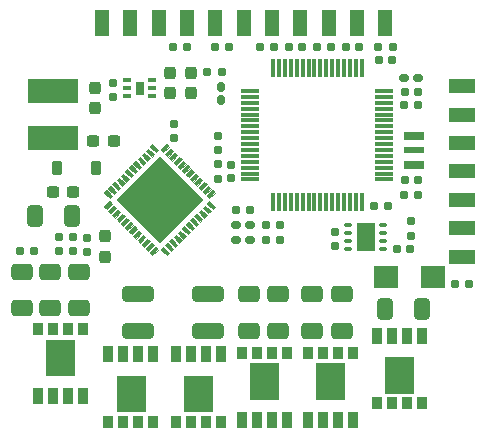
<source format=gbr>
%TF.GenerationSoftware,KiCad,Pcbnew,7.0.6*%
%TF.CreationDate,2023-10-03T21:22:34+08:00*%
%TF.ProjectId,CawDrive,43617744-7269-4766-952e-6b696361645f,rev?*%
%TF.SameCoordinates,Original*%
%TF.FileFunction,Paste,Top*%
%TF.FilePolarity,Positive*%
%FSLAX46Y46*%
G04 Gerber Fmt 4.6, Leading zero omitted, Abs format (unit mm)*
G04 Created by KiCad (PCBNEW 7.0.6) date 2023-10-03 21:22:34*
%MOMM*%
%LPD*%
G01*
G04 APERTURE LIST*
G04 Aperture macros list*
%AMRoundRect*
0 Rectangle with rounded corners*
0 $1 Rounding radius*
0 $2 $3 $4 $5 $6 $7 $8 $9 X,Y pos of 4 corners*
0 Add a 4 corners polygon primitive as box body*
4,1,4,$2,$3,$4,$5,$6,$7,$8,$9,$2,$3,0*
0 Add four circle primitives for the rounded corners*
1,1,$1+$1,$2,$3*
1,1,$1+$1,$4,$5*
1,1,$1+$1,$6,$7*
1,1,$1+$1,$8,$9*
0 Add four rect primitives between the rounded corners*
20,1,$1+$1,$2,$3,$4,$5,0*
20,1,$1+$1,$4,$5,$6,$7,0*
20,1,$1+$1,$6,$7,$8,$9,0*
20,1,$1+$1,$8,$9,$2,$3,0*%
%AMRotRect*
0 Rectangle, with rotation*
0 The origin of the aperture is its center*
0 $1 length*
0 $2 width*
0 $3 Rotation angle, in degrees counterclockwise*
0 Add horizontal line*
21,1,$1,$2,0,0,$3*%
G04 Aperture macros list end*
%ADD10C,0.010000*%
%ADD11C,0.120000*%
%ADD12RoundRect,0.160000X0.197500X0.160000X-0.197500X0.160000X-0.197500X-0.160000X0.197500X-0.160000X0*%
%ADD13RoundRect,0.160000X-0.160000X0.222500X-0.160000X-0.222500X0.160000X-0.222500X0.160000X0.222500X0*%
%ADD14RoundRect,0.155000X-0.212500X-0.155000X0.212500X-0.155000X0.212500X0.155000X-0.212500X0.155000X0*%
%ADD15RoundRect,0.160000X-0.197500X-0.160000X0.197500X-0.160000X0.197500X0.160000X-0.197500X0.160000X0*%
%ADD16RoundRect,0.155000X-0.155000X0.212500X-0.155000X-0.212500X0.155000X-0.212500X0.155000X0.212500X0*%
%ADD17RoundRect,0.160000X0.160000X-0.197500X0.160000X0.197500X-0.160000X0.197500X-0.160000X-0.197500X0*%
%ADD18RoundRect,0.237500X-0.237500X0.300000X-0.237500X-0.300000X0.237500X-0.300000X0.237500X0.300000X0*%
%ADD19R,0.850000X1.450000*%
%ADD20R,0.850000X1.050000*%
%ADD21RoundRect,0.250000X1.075000X-0.400000X1.075000X0.400000X-1.075000X0.400000X-1.075000X-0.400000X0*%
%ADD22R,0.660000X0.320000*%
%ADD23RotRect,0.665000X0.280000X45.000000*%
%ADD24RotRect,0.280000X0.665000X45.000000*%
%ADD25RotRect,5.150000X5.150000X45.000000*%
%ADD26RoundRect,0.160000X0.222500X0.160000X-0.222500X0.160000X-0.222500X-0.160000X0.222500X-0.160000X0*%
%ADD27O,0.840000X0.350000*%
%ADD28R,1.650000X2.400000*%
%ADD29R,1.200000X2.200000*%
%ADD30RoundRect,0.250000X0.650000X-0.412500X0.650000X0.412500X-0.650000X0.412500X-0.650000X-0.412500X0*%
%ADD31RoundRect,0.155000X0.155000X-0.212500X0.155000X0.212500X-0.155000X0.212500X-0.155000X-0.212500X0*%
%ADD32RoundRect,0.225000X0.225000X0.375000X-0.225000X0.375000X-0.225000X-0.375000X0.225000X-0.375000X0*%
%ADD33RoundRect,0.155000X0.212500X0.155000X-0.212500X0.155000X-0.212500X-0.155000X0.212500X-0.155000X0*%
%ADD34RoundRect,0.250000X0.412500X0.650000X-0.412500X0.650000X-0.412500X-0.650000X0.412500X-0.650000X0*%
%ADD35RoundRect,0.050800X1.000000X0.900000X-1.000000X0.900000X-1.000000X-0.900000X1.000000X-0.900000X0*%
%ADD36R,1.700000X0.650000*%
%ADD37R,1.700000X0.500000*%
%ADD38RoundRect,0.237500X0.300000X0.237500X-0.300000X0.237500X-0.300000X-0.237500X0.300000X-0.237500X0*%
%ADD39RoundRect,0.237500X0.237500X-0.300000X0.237500X0.300000X-0.237500X0.300000X-0.237500X-0.300000X0*%
%ADD40RoundRect,0.075000X0.700000X0.075000X-0.700000X0.075000X-0.700000X-0.075000X0.700000X-0.075000X0*%
%ADD41RoundRect,0.075000X0.075000X0.700000X-0.075000X0.700000X-0.075000X-0.700000X0.075000X-0.700000X0*%
%ADD42RoundRect,0.160000X-0.160000X0.197500X-0.160000X-0.197500X0.160000X-0.197500X0.160000X0.197500X0*%
%ADD43R,2.200000X1.200000*%
%ADD44R,4.220000X2.124000*%
G04 APERTURE END LIST*
%TO.C,Q7*%
D10*
X125646000Y-101314000D02*
X123274000Y-101314000D01*
X123274000Y-98334000D01*
X125646000Y-98334000D01*
X125646000Y-101314000D01*
G36*
X125646000Y-101314000D02*
G01*
X123274000Y-101314000D01*
X123274000Y-98334000D01*
X125646000Y-98334000D01*
X125646000Y-101314000D01*
G37*
%TO.C,U2*%
X131498000Y-77513500D02*
X130866000Y-77513500D01*
X130866000Y-76501500D01*
X131498000Y-76501500D01*
X131498000Y-77513500D01*
G36*
X131498000Y-77513500D02*
G01*
X130866000Y-77513500D01*
X130866000Y-76501500D01*
X131498000Y-76501500D01*
X131498000Y-77513500D01*
G37*
%TO.C,U5*%
D11*
X128868098Y-86803576D02*
X128397872Y-87273802D01*
X128199882Y-87075812D01*
X128670108Y-86605586D01*
X128868098Y-86803576D01*
G36*
X128868098Y-86803576D02*
G01*
X128397872Y-87273802D01*
X128199882Y-87075812D01*
X128670108Y-86605586D01*
X128868098Y-86803576D01*
G37*
X129221651Y-87157129D02*
X128751425Y-87627355D01*
X128553435Y-87429365D01*
X129023661Y-86959139D01*
X129221651Y-87157129D01*
G36*
X129221651Y-87157129D02*
G01*
X128751425Y-87627355D01*
X128553435Y-87429365D01*
X129023661Y-86959139D01*
X129221651Y-87157129D01*
G37*
X129575205Y-87510682D02*
X129104979Y-87980908D01*
X128906989Y-87782919D01*
X129377215Y-87312693D01*
X129575205Y-87510682D01*
G36*
X129575205Y-87510682D02*
G01*
X129104979Y-87980908D01*
X128906989Y-87782919D01*
X129377215Y-87312693D01*
X129575205Y-87510682D01*
G37*
X129928758Y-87864236D02*
X129458532Y-88334462D01*
X129260542Y-88136472D01*
X129730768Y-87666246D01*
X129928758Y-87864236D01*
G36*
X129928758Y-87864236D02*
G01*
X129458532Y-88334462D01*
X129260542Y-88136472D01*
X129730768Y-87666246D01*
X129928758Y-87864236D01*
G37*
X130282312Y-88217789D02*
X129812086Y-88688015D01*
X129614096Y-88490025D01*
X130084322Y-88019799D01*
X130282312Y-88217789D01*
G36*
X130282312Y-88217789D02*
G01*
X129812086Y-88688015D01*
X129614096Y-88490025D01*
X130084322Y-88019799D01*
X130282312Y-88217789D01*
G37*
X130635865Y-88571343D02*
X130165639Y-89041569D01*
X129967649Y-88843579D01*
X130437875Y-88373353D01*
X130635865Y-88571343D01*
G36*
X130635865Y-88571343D02*
G01*
X130165639Y-89041569D01*
X129967649Y-88843579D01*
X130437875Y-88373353D01*
X130635865Y-88571343D01*
G37*
X130989418Y-88924896D02*
X130519192Y-89395122D01*
X130321202Y-89197132D01*
X130791428Y-88726906D01*
X130989418Y-88924896D01*
G36*
X130989418Y-88924896D02*
G01*
X130519192Y-89395122D01*
X130321202Y-89197132D01*
X130791428Y-88726906D01*
X130989418Y-88924896D01*
G37*
X131342972Y-89278449D02*
X130872746Y-89748675D01*
X130674756Y-89550685D01*
X131144982Y-89080459D01*
X131342972Y-89278449D01*
G36*
X131342972Y-89278449D02*
G01*
X130872746Y-89748675D01*
X130674756Y-89550685D01*
X131144982Y-89080459D01*
X131342972Y-89278449D01*
G37*
X131696525Y-89632003D02*
X131226299Y-90102229D01*
X131028309Y-89904239D01*
X131498535Y-89434013D01*
X131696525Y-89632003D01*
G36*
X131696525Y-89632003D02*
G01*
X131226299Y-90102229D01*
X131028309Y-89904239D01*
X131498535Y-89434013D01*
X131696525Y-89632003D01*
G37*
X132050078Y-89985556D02*
X131579852Y-90455782D01*
X131381863Y-90257792D01*
X131852089Y-89787566D01*
X132050078Y-89985556D01*
G36*
X132050078Y-89985556D02*
G01*
X131579852Y-90455782D01*
X131381863Y-90257792D01*
X131852089Y-89787566D01*
X132050078Y-89985556D01*
G37*
X132403632Y-90339110D02*
X131933406Y-90809336D01*
X131735416Y-90611346D01*
X132205642Y-90141120D01*
X132403632Y-90339110D01*
G36*
X132403632Y-90339110D02*
G01*
X131933406Y-90809336D01*
X131735416Y-90611346D01*
X132205642Y-90141120D01*
X132403632Y-90339110D01*
G37*
X132757185Y-90692663D02*
X132286959Y-91162889D01*
X132088969Y-90964899D01*
X132559195Y-90494673D01*
X132757185Y-90692663D01*
G36*
X132757185Y-90692663D02*
G01*
X132286959Y-91162889D01*
X132088969Y-90964899D01*
X132559195Y-90494673D01*
X132757185Y-90692663D01*
G37*
X133687031Y-90964899D02*
X133489041Y-91162889D01*
X133018815Y-90692663D01*
X133216805Y-90494673D01*
X133687031Y-90964899D01*
G36*
X133687031Y-90964899D02*
G01*
X133489041Y-91162889D01*
X133018815Y-90692663D01*
X133216805Y-90494673D01*
X133687031Y-90964899D01*
G37*
X128868098Y-86145966D02*
X128670108Y-86343956D01*
X128199882Y-85873730D01*
X128397872Y-85675740D01*
X128868098Y-86145966D01*
G36*
X128868098Y-86145966D02*
G01*
X128670108Y-86343956D01*
X128199882Y-85873730D01*
X128397872Y-85675740D01*
X128868098Y-86145966D01*
G37*
X134040584Y-90611346D02*
X133842594Y-90809336D01*
X133372368Y-90339110D01*
X133570358Y-90141120D01*
X134040584Y-90611346D01*
G36*
X134040584Y-90611346D02*
G01*
X133842594Y-90809336D01*
X133372368Y-90339110D01*
X133570358Y-90141120D01*
X134040584Y-90611346D01*
G37*
X129221651Y-85792413D02*
X129023661Y-85990403D01*
X128553435Y-85520177D01*
X128751425Y-85322187D01*
X129221651Y-85792413D01*
G36*
X129221651Y-85792413D02*
G01*
X129023661Y-85990403D01*
X128553435Y-85520177D01*
X128751425Y-85322187D01*
X129221651Y-85792413D01*
G37*
X135716427Y-86474771D02*
X132888000Y-89303198D01*
X130059573Y-86474771D01*
X132888000Y-83646344D01*
X135716427Y-86474771D01*
G36*
X135716427Y-86474771D02*
G01*
X132888000Y-89303198D01*
X130059573Y-86474771D01*
X132888000Y-83646344D01*
X135716427Y-86474771D01*
G37*
X134394137Y-90257792D02*
X134196148Y-90455782D01*
X133725922Y-89985556D01*
X133923911Y-89787566D01*
X134394137Y-90257792D01*
G36*
X134394137Y-90257792D02*
G01*
X134196148Y-90455782D01*
X133725922Y-89985556D01*
X133923911Y-89787566D01*
X134394137Y-90257792D01*
G37*
X129575205Y-85438860D02*
X129377215Y-85636849D01*
X128906989Y-85166623D01*
X129104979Y-84968634D01*
X129575205Y-85438860D01*
G36*
X129575205Y-85438860D02*
G01*
X129377215Y-85636849D01*
X128906989Y-85166623D01*
X129104979Y-84968634D01*
X129575205Y-85438860D01*
G37*
X129928758Y-85085306D02*
X129730768Y-85283296D01*
X129260542Y-84813070D01*
X129458532Y-84615080D01*
X129928758Y-85085306D01*
G36*
X129928758Y-85085306D02*
G01*
X129730768Y-85283296D01*
X129260542Y-84813070D01*
X129458532Y-84615080D01*
X129928758Y-85085306D01*
G37*
X134747691Y-89904239D02*
X134549701Y-90102229D01*
X134079475Y-89632003D01*
X134277465Y-89434013D01*
X134747691Y-89904239D01*
G36*
X134747691Y-89904239D02*
G01*
X134549701Y-90102229D01*
X134079475Y-89632003D01*
X134277465Y-89434013D01*
X134747691Y-89904239D01*
G37*
X130282312Y-84731753D02*
X130084322Y-84929743D01*
X129614096Y-84459517D01*
X129812086Y-84261527D01*
X130282312Y-84731753D01*
G36*
X130282312Y-84731753D02*
G01*
X130084322Y-84929743D01*
X129614096Y-84459517D01*
X129812086Y-84261527D01*
X130282312Y-84731753D01*
G37*
X135101244Y-89550685D02*
X134903254Y-89748675D01*
X134433028Y-89278449D01*
X134631018Y-89080459D01*
X135101244Y-89550685D01*
G36*
X135101244Y-89550685D02*
G01*
X134903254Y-89748675D01*
X134433028Y-89278449D01*
X134631018Y-89080459D01*
X135101244Y-89550685D01*
G37*
X130635865Y-84378199D02*
X130437875Y-84576189D01*
X129967649Y-84105963D01*
X130165639Y-83907973D01*
X130635865Y-84378199D01*
G36*
X130635865Y-84378199D02*
G01*
X130437875Y-84576189D01*
X129967649Y-84105963D01*
X130165639Y-83907973D01*
X130635865Y-84378199D01*
G37*
X135454798Y-89197132D02*
X135256808Y-89395122D01*
X134786582Y-88924896D01*
X134984572Y-88726906D01*
X135454798Y-89197132D01*
G36*
X135454798Y-89197132D02*
G01*
X135256808Y-89395122D01*
X134786582Y-88924896D01*
X134984572Y-88726906D01*
X135454798Y-89197132D01*
G37*
X130989418Y-84024646D02*
X130791428Y-84222636D01*
X130321202Y-83752410D01*
X130519192Y-83554420D01*
X130989418Y-84024646D01*
G36*
X130989418Y-84024646D02*
G01*
X130791428Y-84222636D01*
X130321202Y-83752410D01*
X130519192Y-83554420D01*
X130989418Y-84024646D01*
G37*
X135808351Y-88843579D02*
X135610361Y-89041569D01*
X135140135Y-88571343D01*
X135338125Y-88373353D01*
X135808351Y-88843579D01*
G36*
X135808351Y-88843579D02*
G01*
X135610361Y-89041569D01*
X135140135Y-88571343D01*
X135338125Y-88373353D01*
X135808351Y-88843579D01*
G37*
X131342972Y-83671093D02*
X131144982Y-83869083D01*
X130674756Y-83398857D01*
X130872746Y-83200867D01*
X131342972Y-83671093D01*
G36*
X131342972Y-83671093D02*
G01*
X131144982Y-83869083D01*
X130674756Y-83398857D01*
X130872746Y-83200867D01*
X131342972Y-83671093D01*
G37*
X136161904Y-88490025D02*
X135963914Y-88688015D01*
X135493688Y-88217789D01*
X135691678Y-88019799D01*
X136161904Y-88490025D01*
G36*
X136161904Y-88490025D02*
G01*
X135963914Y-88688015D01*
X135493688Y-88217789D01*
X135691678Y-88019799D01*
X136161904Y-88490025D01*
G37*
X131696525Y-83317539D02*
X131498535Y-83515529D01*
X131028309Y-83045303D01*
X131226299Y-82847313D01*
X131696525Y-83317539D01*
G36*
X131696525Y-83317539D02*
G01*
X131498535Y-83515529D01*
X131028309Y-83045303D01*
X131226299Y-82847313D01*
X131696525Y-83317539D01*
G37*
X136515458Y-88136472D02*
X136317468Y-88334462D01*
X135847242Y-87864236D01*
X136045232Y-87666246D01*
X136515458Y-88136472D01*
G36*
X136515458Y-88136472D02*
G01*
X136317468Y-88334462D01*
X135847242Y-87864236D01*
X136045232Y-87666246D01*
X136515458Y-88136472D01*
G37*
X132050078Y-82963986D02*
X131852089Y-83161976D01*
X131381863Y-82691750D01*
X131579852Y-82493760D01*
X132050078Y-82963986D01*
G36*
X132050078Y-82963986D02*
G01*
X131852089Y-83161976D01*
X131381863Y-82691750D01*
X131579852Y-82493760D01*
X132050078Y-82963986D01*
G37*
X136869011Y-87782919D02*
X136671021Y-87980908D01*
X136200795Y-87510682D01*
X136398785Y-87312693D01*
X136869011Y-87782919D01*
G36*
X136869011Y-87782919D02*
G01*
X136671021Y-87980908D01*
X136200795Y-87510682D01*
X136398785Y-87312693D01*
X136869011Y-87782919D01*
G37*
X132403632Y-82610432D02*
X132205642Y-82808422D01*
X131735416Y-82338196D01*
X131933406Y-82140206D01*
X132403632Y-82610432D01*
G36*
X132403632Y-82610432D02*
G01*
X132205642Y-82808422D01*
X131735416Y-82338196D01*
X131933406Y-82140206D01*
X132403632Y-82610432D01*
G37*
X137222565Y-87429365D02*
X137024575Y-87627355D01*
X136554349Y-87157129D01*
X136752339Y-86959139D01*
X137222565Y-87429365D01*
G36*
X137222565Y-87429365D02*
G01*
X137024575Y-87627355D01*
X136554349Y-87157129D01*
X136752339Y-86959139D01*
X137222565Y-87429365D01*
G37*
X132757185Y-82256879D02*
X132559195Y-82454869D01*
X132088969Y-81984643D01*
X132286959Y-81786653D01*
X132757185Y-82256879D01*
G36*
X132757185Y-82256879D02*
G01*
X132559195Y-82454869D01*
X132088969Y-81984643D01*
X132286959Y-81786653D01*
X132757185Y-82256879D01*
G37*
X137576118Y-87075812D02*
X137378128Y-87273802D01*
X136907902Y-86803576D01*
X137105892Y-86605586D01*
X137576118Y-87075812D01*
G36*
X137576118Y-87075812D02*
G01*
X137378128Y-87273802D01*
X136907902Y-86803576D01*
X137105892Y-86605586D01*
X137576118Y-87075812D01*
G37*
X137576118Y-85873730D02*
X137105892Y-86343956D01*
X136907902Y-86145966D01*
X137378128Y-85675740D01*
X137576118Y-85873730D01*
G36*
X137576118Y-85873730D02*
G01*
X137105892Y-86343956D01*
X136907902Y-86145966D01*
X137378128Y-85675740D01*
X137576118Y-85873730D01*
G37*
X133687031Y-81984643D02*
X133216805Y-82454869D01*
X133018815Y-82256879D01*
X133489041Y-81786653D01*
X133687031Y-81984643D01*
G36*
X133687031Y-81984643D02*
G01*
X133216805Y-82454869D01*
X133018815Y-82256879D01*
X133489041Y-81786653D01*
X133687031Y-81984643D01*
G37*
X134040584Y-82338196D02*
X133570358Y-82808422D01*
X133372368Y-82610432D01*
X133842594Y-82140206D01*
X134040584Y-82338196D01*
G36*
X134040584Y-82338196D02*
G01*
X133570358Y-82808422D01*
X133372368Y-82610432D01*
X133842594Y-82140206D01*
X134040584Y-82338196D01*
G37*
X134394137Y-82691750D02*
X133923911Y-83161976D01*
X133725922Y-82963986D01*
X134196148Y-82493760D01*
X134394137Y-82691750D01*
G36*
X134394137Y-82691750D02*
G01*
X133923911Y-83161976D01*
X133725922Y-82963986D01*
X134196148Y-82493760D01*
X134394137Y-82691750D01*
G37*
X134747691Y-83045303D02*
X134277465Y-83515529D01*
X134079475Y-83317539D01*
X134549701Y-82847313D01*
X134747691Y-83045303D01*
G36*
X134747691Y-83045303D02*
G01*
X134277465Y-83515529D01*
X134079475Y-83317539D01*
X134549701Y-82847313D01*
X134747691Y-83045303D01*
G37*
X135101244Y-83398857D02*
X134631018Y-83869083D01*
X134433028Y-83671093D01*
X134903254Y-83200867D01*
X135101244Y-83398857D01*
G36*
X135101244Y-83398857D02*
G01*
X134631018Y-83869083D01*
X134433028Y-83671093D01*
X134903254Y-83200867D01*
X135101244Y-83398857D01*
G37*
X135454798Y-83752410D02*
X134984572Y-84222636D01*
X134786582Y-84024646D01*
X135256808Y-83554420D01*
X135454798Y-83752410D01*
G36*
X135454798Y-83752410D02*
G01*
X134984572Y-84222636D01*
X134786582Y-84024646D01*
X135256808Y-83554420D01*
X135454798Y-83752410D01*
G37*
X135808351Y-84105963D02*
X135338125Y-84576189D01*
X135140135Y-84378199D01*
X135610361Y-83907973D01*
X135808351Y-84105963D01*
G36*
X135808351Y-84105963D02*
G01*
X135338125Y-84576189D01*
X135140135Y-84378199D01*
X135610361Y-83907973D01*
X135808351Y-84105963D01*
G37*
X136161904Y-84459517D02*
X135691678Y-84929743D01*
X135493688Y-84731753D01*
X135963914Y-84261527D01*
X136161904Y-84459517D01*
G36*
X136161904Y-84459517D02*
G01*
X135691678Y-84929743D01*
X135493688Y-84731753D01*
X135963914Y-84261527D01*
X136161904Y-84459517D01*
G37*
X136515458Y-84813070D02*
X136045232Y-85283296D01*
X135847242Y-85085306D01*
X136317468Y-84615080D01*
X136515458Y-84813070D01*
G36*
X136515458Y-84813070D02*
G01*
X136045232Y-85283296D01*
X135847242Y-85085306D01*
X136317468Y-84615080D01*
X136515458Y-84813070D01*
G37*
X136869011Y-85166623D02*
X136398785Y-85636849D01*
X136200795Y-85438860D01*
X136671021Y-84968634D01*
X136869011Y-85166623D01*
G36*
X136869011Y-85166623D02*
G01*
X136398785Y-85636849D01*
X136200795Y-85438860D01*
X136671021Y-84968634D01*
X136869011Y-85166623D01*
G37*
X137222565Y-85520177D02*
X136752339Y-85990403D01*
X136554349Y-85792413D01*
X137024575Y-85322187D01*
X137222565Y-85520177D01*
G36*
X137222565Y-85520177D02*
G01*
X136752339Y-85990403D01*
X136554349Y-85792413D01*
X137024575Y-85322187D01*
X137222565Y-85520177D01*
G37*
%TO.C,Q12*%
D10*
X154348000Y-102790000D02*
X151976000Y-102790000D01*
X151976000Y-99810000D01*
X154348000Y-99810000D01*
X154348000Y-102790000D01*
G36*
X154348000Y-102790000D02*
G01*
X151976000Y-102790000D01*
X151976000Y-99810000D01*
X154348000Y-99810000D01*
X154348000Y-102790000D01*
G37*
%TO.C,Q9*%
X142936000Y-103302000D02*
X140564000Y-103302000D01*
X140564000Y-100322000D01*
X142936000Y-100322000D01*
X142936000Y-103302000D01*
G36*
X142936000Y-103302000D02*
G01*
X140564000Y-103302000D01*
X140564000Y-100322000D01*
X142936000Y-100322000D01*
X142936000Y-103302000D01*
G37*
%TO.C,Q8*%
X131615000Y-104358000D02*
X129243000Y-104358000D01*
X129243000Y-101378000D01*
X131615000Y-101378000D01*
X131615000Y-104358000D01*
G36*
X131615000Y-104358000D02*
G01*
X129243000Y-104358000D01*
X129243000Y-101378000D01*
X131615000Y-101378000D01*
X131615000Y-104358000D01*
G37*
%TO.C,Q10*%
X137330000Y-104358000D02*
X134958000Y-104358000D01*
X134958000Y-101378000D01*
X137330000Y-101378000D01*
X137330000Y-104358000D01*
G36*
X137330000Y-104358000D02*
G01*
X134958000Y-104358000D01*
X134958000Y-101378000D01*
X137330000Y-101378000D01*
X137330000Y-104358000D01*
G37*
%TO.C,Q11*%
X148506000Y-103302000D02*
X146134000Y-103302000D01*
X146134000Y-100322000D01*
X148506000Y-100322000D01*
X148506000Y-103302000D01*
G36*
X148506000Y-103302000D02*
G01*
X146134000Y-103302000D01*
X146134000Y-100322000D01*
X148506000Y-100322000D01*
X148506000Y-103302000D01*
G37*
%TD*%
D12*
%TO.C,R7*%
X138138500Y-75692000D03*
X136943500Y-75692000D03*
%TD*%
D13*
%TO.C,D4*%
X138049000Y-76897500D03*
X138049000Y-78042500D03*
%TD*%
D14*
%TO.C,C10*%
X157928500Y-93599000D03*
X159063500Y-93599000D03*
%TD*%
D15*
%TO.C,R4*%
X121068500Y-90805000D03*
X122263500Y-90805000D03*
%TD*%
D16*
%TO.C,C12*%
X147701000Y-89221500D03*
X147701000Y-90356500D03*
%TD*%
D17*
%TO.C,R17*%
X137795000Y-84671500D03*
X137795000Y-83476500D03*
%TD*%
D12*
%TO.C,R1*%
X154775500Y-86106000D03*
X153580500Y-86106000D03*
%TD*%
D18*
%TO.C,C16*%
X127381000Y-76998500D03*
X127381000Y-78723500D03*
%TD*%
D12*
%TO.C,R5*%
X135217500Y-73533000D03*
X134022500Y-73533000D03*
%TD*%
D19*
%TO.C,Q7*%
X122555000Y-103124000D03*
X123825000Y-103124000D03*
X125095000Y-103124000D03*
X126365000Y-103124000D03*
D20*
X126365000Y-97424000D03*
X125095000Y-97424000D03*
X123825000Y-97424000D03*
X122555000Y-97424000D03*
%TD*%
D15*
%TO.C,R9*%
X141896500Y-88646000D03*
X143091500Y-88646000D03*
%TD*%
D21*
%TO.C,R18*%
X131064000Y-97562000D03*
X131064000Y-94462000D03*
%TD*%
D22*
%TO.C,U2*%
X132207000Y-77657500D03*
X132207000Y-77007500D03*
X132207000Y-76357500D03*
X130157000Y-76357500D03*
X130157000Y-77007500D03*
X130157000Y-77657500D03*
%TD*%
D23*
%TO.C,U5*%
X128534344Y-86939340D03*
X128887897Y-87292894D03*
X129241450Y-87646447D03*
X129595004Y-88000000D03*
X129948557Y-88353554D03*
X130302111Y-88707107D03*
X130655664Y-89060660D03*
X131009217Y-89414214D03*
X131362771Y-89767767D03*
X131716324Y-90121321D03*
X132069877Y-90474874D03*
X132423431Y-90828427D03*
D24*
X133352569Y-90828427D03*
X133706123Y-90474874D03*
X134059676Y-90121321D03*
X134413229Y-89767767D03*
X134766783Y-89414214D03*
X135120336Y-89060660D03*
X135473889Y-88707107D03*
X135827443Y-88353554D03*
X136180996Y-88000000D03*
X136534550Y-87646447D03*
X136888103Y-87292894D03*
X137241656Y-86939340D03*
D23*
X137241656Y-86010202D03*
X136888103Y-85656648D03*
X136534550Y-85303095D03*
X136180996Y-84949542D03*
X135827443Y-84595988D03*
X135473889Y-84242435D03*
X135120336Y-83888882D03*
X134766783Y-83535328D03*
X134413229Y-83181775D03*
X134059676Y-82828221D03*
X133706123Y-82474668D03*
X133352569Y-82121115D03*
D24*
X132423431Y-82121115D03*
X132069877Y-82474668D03*
X131716324Y-82828221D03*
X131362771Y-83181775D03*
X131009217Y-83535328D03*
X130655664Y-83888882D03*
X130302111Y-84242435D03*
X129948557Y-84595988D03*
X129595004Y-84949542D03*
X129241450Y-85303095D03*
X128887897Y-85656648D03*
X128534344Y-86010202D03*
D25*
X132888000Y-86474771D03*
%TD*%
D14*
%TO.C,C2*%
X153630500Y-84836000D03*
X154765500Y-84836000D03*
%TD*%
D26*
%TO.C,L1*%
X154750500Y-76200000D03*
X153605500Y-76200000D03*
%TD*%
D27*
%TO.C,U3*%
X148844000Y-88646000D03*
X148844000Y-89296000D03*
X148844000Y-89946000D03*
X148844000Y-90596000D03*
X151834000Y-90596000D03*
X151834000Y-89946000D03*
X151834000Y-89296000D03*
X151834000Y-88646000D03*
D28*
X150339000Y-89621000D03*
%TD*%
D29*
%TO.C,J1*%
X128000000Y-71500000D03*
X130400000Y-71500000D03*
X132800000Y-71500000D03*
X135200000Y-71500000D03*
X137600000Y-71500000D03*
X140000000Y-71500000D03*
X142400000Y-71500000D03*
X144800000Y-71500000D03*
X147200000Y-71500000D03*
X149600000Y-71500000D03*
X152000000Y-71500000D03*
%TD*%
D30*
%TO.C,C22*%
X121259600Y-95669500D03*
X121259600Y-92544500D03*
%TD*%
D31*
%TO.C,C7*%
X128905000Y-77745000D03*
X128905000Y-76610000D03*
%TD*%
D19*
%TO.C,Q12*%
X155067000Y-98000000D03*
X153797000Y-98000000D03*
X152527000Y-98000000D03*
X151257000Y-98000000D03*
D20*
X151257000Y-103700000D03*
X152527000Y-103700000D03*
X153797000Y-103700000D03*
X155067000Y-103700000D03*
%TD*%
D15*
%TO.C,R2*%
X153580500Y-78486000D03*
X154775500Y-78486000D03*
%TD*%
D19*
%TO.C,Q9*%
X139845000Y-105112000D03*
X141115000Y-105112000D03*
X142385000Y-105112000D03*
X143655000Y-105112000D03*
D20*
X143655000Y-99412000D03*
X142385000Y-99412000D03*
X141115000Y-99412000D03*
X139845000Y-99412000D03*
%TD*%
D30*
%TO.C,C23*%
X140462000Y-97592500D03*
X140462000Y-94467500D03*
%TD*%
D12*
%TO.C,R3*%
X147409500Y-73533000D03*
X146214500Y-73533000D03*
%TD*%
D30*
%TO.C,C20*%
X126034800Y-95669500D03*
X126034800Y-92544500D03*
%TD*%
D32*
%TO.C,D3*%
X127507000Y-83820000D03*
X124207000Y-83820000D03*
%TD*%
D30*
%TO.C,C25*%
X145796000Y-97592500D03*
X145796000Y-94467500D03*
%TD*%
D14*
%TO.C,C1*%
X143831500Y-73523000D03*
X144966500Y-73523000D03*
%TD*%
D17*
%TO.C,R8*%
X154178000Y-89497500D03*
X154178000Y-88302500D03*
%TD*%
D14*
%TO.C,C8*%
X153630500Y-77343000D03*
X154765500Y-77343000D03*
%TD*%
D33*
%TO.C,C9*%
X154110500Y-90678000D03*
X152975500Y-90678000D03*
%TD*%
D34*
%TO.C,C30*%
X125446500Y-87884000D03*
X122321500Y-87884000D03*
%TD*%
D35*
%TO.C,TV1*%
X156070000Y-93010000D03*
X152070000Y-93010000D03*
%TD*%
D36*
%TO.C,X1*%
X154453000Y-83496000D03*
D37*
X154453000Y-82296000D03*
D36*
X154453000Y-81096000D03*
%TD*%
D12*
%TO.C,R10*%
X152616500Y-73533000D03*
X151421500Y-73533000D03*
%TD*%
D38*
%TO.C,C33*%
X125576500Y-85852000D03*
X123851500Y-85852000D03*
%TD*%
D16*
%TO.C,C31*%
X134140000Y-80082500D03*
X134140000Y-81217500D03*
%TD*%
D39*
%TO.C,C35*%
X135509000Y-77470000D03*
X135509000Y-75745000D03*
%TD*%
D14*
%TO.C,C14*%
X151451500Y-74676000D03*
X152586500Y-74676000D03*
%TD*%
D38*
%TO.C,C15*%
X129005500Y-81534000D03*
X127280500Y-81534000D03*
%TD*%
D30*
%TO.C,C26*%
X148336000Y-97592500D03*
X148336000Y-94467500D03*
%TD*%
D40*
%TO.C,U1*%
X151925000Y-84750000D03*
X151925000Y-84250000D03*
X151925000Y-83750000D03*
X151925000Y-83250000D03*
X151925000Y-82750000D03*
X151925000Y-82250000D03*
X151925000Y-81750000D03*
X151925000Y-81250000D03*
X151925000Y-80750000D03*
X151925000Y-80250000D03*
X151925000Y-79750000D03*
X151925000Y-79250000D03*
X151925000Y-78750000D03*
X151925000Y-78250000D03*
X151925000Y-77750000D03*
X151925000Y-77250000D03*
D41*
X150000000Y-75325000D03*
X149500000Y-75325000D03*
X149000000Y-75325000D03*
X148500000Y-75325000D03*
X148000000Y-75325000D03*
X147500000Y-75325000D03*
X147000000Y-75325000D03*
X146500000Y-75325000D03*
X146000000Y-75325000D03*
X145500000Y-75325000D03*
X145000000Y-75325000D03*
X144500000Y-75325000D03*
X144000000Y-75325000D03*
X143500000Y-75325000D03*
X143000000Y-75325000D03*
X142500000Y-75325000D03*
D40*
X140575000Y-77250000D03*
X140575000Y-77750000D03*
X140575000Y-78250000D03*
X140575000Y-78750000D03*
X140575000Y-79250000D03*
X140575000Y-79750000D03*
X140575000Y-80250000D03*
X140575000Y-80750000D03*
X140575000Y-81250000D03*
X140575000Y-81750000D03*
X140575000Y-82250000D03*
X140575000Y-82750000D03*
X140575000Y-83250000D03*
X140575000Y-83750000D03*
X140575000Y-84250000D03*
X140575000Y-84750000D03*
D41*
X142500000Y-86675000D03*
X143000000Y-86675000D03*
X143500000Y-86675000D03*
X144000000Y-86675000D03*
X144500000Y-86675000D03*
X145000000Y-86675000D03*
X145500000Y-86675000D03*
X146000000Y-86675000D03*
X146500000Y-86675000D03*
X147000000Y-86675000D03*
X147500000Y-86675000D03*
X148000000Y-86675000D03*
X148500000Y-86675000D03*
X149000000Y-86675000D03*
X149500000Y-86675000D03*
X150000000Y-86675000D03*
%TD*%
D42*
%TO.C,R16*%
X137795000Y-81063500D03*
X137795000Y-82258500D03*
%TD*%
D19*
%TO.C,Q8*%
X132334000Y-99568000D03*
X131064000Y-99568000D03*
X129794000Y-99568000D03*
X128524000Y-99568000D03*
D20*
X128524000Y-105268000D03*
X129794000Y-105268000D03*
X131064000Y-105268000D03*
X132334000Y-105268000D03*
%TD*%
D14*
%TO.C,C6*%
X151070500Y-86995000D03*
X152205500Y-86995000D03*
%TD*%
D21*
%TO.C,R19*%
X137000000Y-97550000D03*
X137000000Y-94450000D03*
%TD*%
D39*
%TO.C,C34*%
X133731000Y-77470000D03*
X133731000Y-75745000D03*
%TD*%
D19*
%TO.C,Q10*%
X138049000Y-99568000D03*
X136779000Y-99568000D03*
X135509000Y-99568000D03*
X134239000Y-99568000D03*
D20*
X134239000Y-105268000D03*
X135509000Y-105268000D03*
X136779000Y-105268000D03*
X138049000Y-105268000D03*
%TD*%
D34*
%TO.C,C29*%
X155105500Y-95758000D03*
X151980500Y-95758000D03*
%TD*%
D26*
%TO.C,D1*%
X140526500Y-88646000D03*
X139381500Y-88646000D03*
%TD*%
%TO.C,D2*%
X140526500Y-89916000D03*
X139381500Y-89916000D03*
%TD*%
D12*
%TO.C,R14*%
X125565500Y-90805000D03*
X124370500Y-90805000D03*
%TD*%
D30*
%TO.C,C24*%
X142875000Y-97592500D03*
X142875000Y-94467500D03*
%TD*%
D43*
%TO.C,J4*%
X158496000Y-76874000D03*
X158496000Y-79274000D03*
X158496000Y-81674000D03*
X158496000Y-84074000D03*
X158496000Y-86474000D03*
X158496000Y-88874000D03*
X158496000Y-91274000D03*
%TD*%
D15*
%TO.C,R13*%
X124370500Y-89662000D03*
X125565500Y-89662000D03*
%TD*%
D14*
%TO.C,C32*%
X139386500Y-87376000D03*
X140521500Y-87376000D03*
%TD*%
%TO.C,C3*%
X148657500Y-73523000D03*
X149792500Y-73523000D03*
%TD*%
D30*
%TO.C,C21*%
X123647200Y-95669500D03*
X123647200Y-92544500D03*
%TD*%
D39*
%TO.C,C28*%
X128250000Y-91286500D03*
X128250000Y-89561500D03*
%TD*%
D15*
%TO.C,R11*%
X141896500Y-89916000D03*
X143091500Y-89916000D03*
%TD*%
D44*
%TO.C,L2*%
X123825000Y-81248000D03*
X123825000Y-77248000D03*
%TD*%
D15*
%TO.C,R6*%
X137578500Y-73533000D03*
X138773500Y-73533000D03*
%TD*%
D14*
%TO.C,C4*%
X141418500Y-73523000D03*
X142553500Y-73523000D03*
%TD*%
D19*
%TO.C,Q11*%
X145415000Y-105112000D03*
X146685000Y-105112000D03*
X147955000Y-105112000D03*
X149225000Y-105112000D03*
D20*
X149225000Y-99412000D03*
X147955000Y-99412000D03*
X146685000Y-99412000D03*
X145415000Y-99412000D03*
%TD*%
D31*
%TO.C,C5*%
X138938000Y-84641500D03*
X138938000Y-83506500D03*
%TD*%
D16*
%TO.C,C27*%
X126750000Y-89729500D03*
X126750000Y-90864500D03*
%TD*%
M02*

</source>
